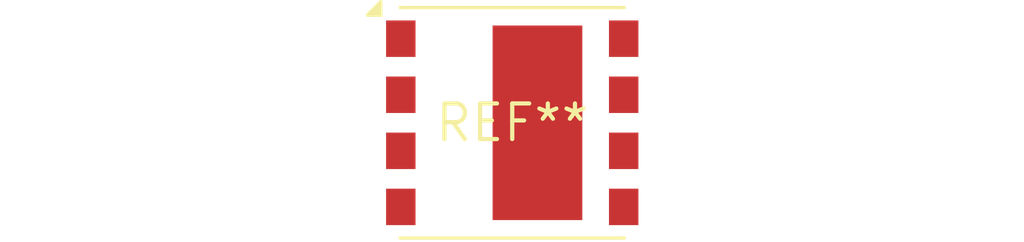
<source format=kicad_pcb>
(kicad_pcb (version 20240108) (generator pcbnew)
  (layers (0 "F.Cu" signal) (31 "B.Cu" signal) (34 "B.Paste" user) (35 "F.Paste" user) (36 "B.SilkS" user "B.Silkscreen") (37 "F.SilkS" user "F.Silkscreen") (38 "B.Mask" user) (39 "F.Mask" user) (44 "Edge.Cuts" user))
  (net 0 "")
  (footprint "Panasonic_HSON-8_8x8mm_P2.00mm" (layer "F.Cu") (at 0 0)
    (property "Reference" "REF**")
    (property "Value" "Panasonic_HSON-8_8x8mm_P2.00mm")
    (fp_line (start 4 -4.11) (end -4 -4.11) (layer "F.SilkS") (stroke (width 0.12)))
    (fp_line (start 4 4.11) (end -4 4.11) (layer "F.SilkS") (stroke (width 0.12)))
    (fp_poly (pts (xy -4.69 -3.84) (xy -5.17 -3.84) (xy -4.69 -4.32) (xy -4.69 -3.84)) (layer "F.SilkS") (stroke (width 0.12)) (fill solid))
    (pad "1" smd rect (at -3.975 -3) (size 1.05 1.3) (layers "F.Cu" "F.Mask"))
    (pad "2" smd rect (at -3.975 -1) (size 1.05 1.3) (layers "F.Cu" "F.Mask"))
    (pad "3" smd rect (at -3.975 1) (size 1.05 1.3) (layers "F.Cu" "F.Mask"))
    (pad "4" smd rect (at -3.975 3) (size 1.05 1.3) (layers "F.Cu" "F.Mask"))
    (pad "5" smd rect (at 3.975 3) (size 1.05 1.3) (layers "F.Cu" "F.Mask"))
    (pad "6" smd rect (at 3.975 1) (size 1.05 1.3) (layers "F.Cu" "F.Mask"))
    (pad "7" smd rect (at 3.975 -1) (size 1.05 1.3) (layers "F.Cu" "F.Mask"))
    (pad "8" smd rect (at 3.975 -3) (size 1.05 1.3) (layers "F.Cu" "F.Mask"))
    (pad "9" smd rect (at 0.9 0) (size 3.2 6.94) (layers "F.Cu" "F.Mask"))
  )
)
</source>
